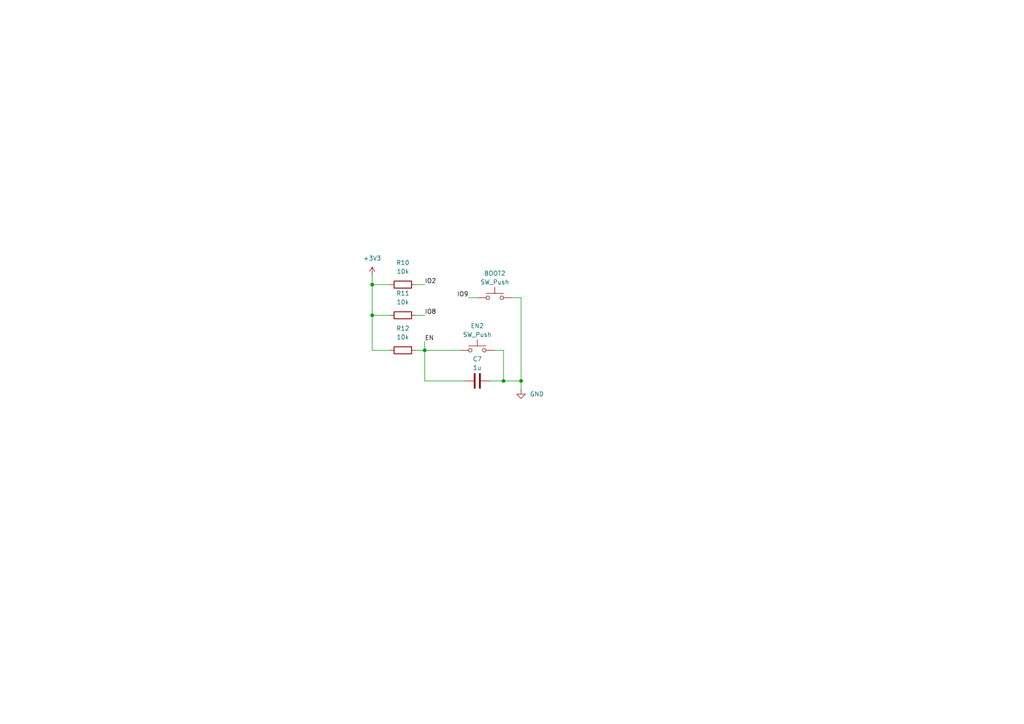
<source format=kicad_sch>
(kicad_sch
	(version 20250114)
	(generator "eeschema")
	(generator_version "9.0")
	(uuid "dec8825b-90b5-4e87-b842-00afdae0b182")
	(paper "A4")
	(lib_symbols
		(symbol "Device:C"
			(pin_numbers
				(hide yes)
			)
			(pin_names
				(offset 0.254)
			)
			(exclude_from_sim no)
			(in_bom yes)
			(on_board yes)
			(property "Reference" "C"
				(at 0.635 2.54 0)
				(effects
					(font
						(size 1.27 1.27)
					)
					(justify left)
				)
			)
			(property "Value" "C"
				(at 0.635 -2.54 0)
				(effects
					(font
						(size 1.27 1.27)
					)
					(justify left)
				)
			)
			(property "Footprint" ""
				(at 0.9652 -3.81 0)
				(effects
					(font
						(size 1.27 1.27)
					)
					(hide yes)
				)
			)
			(property "Datasheet" "~"
				(at 0 0 0)
				(effects
					(font
						(size 1.27 1.27)
					)
					(hide yes)
				)
			)
			(property "Description" "Unpolarized capacitor"
				(at 0 0 0)
				(effects
					(font
						(size 1.27 1.27)
					)
					(hide yes)
				)
			)
			(property "ki_keywords" "cap capacitor"
				(at 0 0 0)
				(effects
					(font
						(size 1.27 1.27)
					)
					(hide yes)
				)
			)
			(property "ki_fp_filters" "C_*"
				(at 0 0 0)
				(effects
					(font
						(size 1.27 1.27)
					)
					(hide yes)
				)
			)
			(symbol "C_0_1"
				(polyline
					(pts
						(xy -2.032 0.762) (xy 2.032 0.762)
					)
					(stroke
						(width 0.508)
						(type default)
					)
					(fill
						(type none)
					)
				)
				(polyline
					(pts
						(xy -2.032 -0.762) (xy 2.032 -0.762)
					)
					(stroke
						(width 0.508)
						(type default)
					)
					(fill
						(type none)
					)
				)
			)
			(symbol "C_1_1"
				(pin passive line
					(at 0 3.81 270)
					(length 2.794)
					(name "~"
						(effects
							(font
								(size 1.27 1.27)
							)
						)
					)
					(number "1"
						(effects
							(font
								(size 1.27 1.27)
							)
						)
					)
				)
				(pin passive line
					(at 0 -3.81 90)
					(length 2.794)
					(name "~"
						(effects
							(font
								(size 1.27 1.27)
							)
						)
					)
					(number "2"
						(effects
							(font
								(size 1.27 1.27)
							)
						)
					)
				)
			)
			(embedded_fonts no)
		)
		(symbol "Device:R"
			(pin_numbers
				(hide yes)
			)
			(pin_names
				(offset 0)
			)
			(exclude_from_sim no)
			(in_bom yes)
			(on_board yes)
			(property "Reference" "R"
				(at 2.032 0 90)
				(effects
					(font
						(size 1.27 1.27)
					)
				)
			)
			(property "Value" "R"
				(at 0 0 90)
				(effects
					(font
						(size 1.27 1.27)
					)
				)
			)
			(property "Footprint" ""
				(at -1.778 0 90)
				(effects
					(font
						(size 1.27 1.27)
					)
					(hide yes)
				)
			)
			(property "Datasheet" "~"
				(at 0 0 0)
				(effects
					(font
						(size 1.27 1.27)
					)
					(hide yes)
				)
			)
			(property "Description" "Resistor"
				(at 0 0 0)
				(effects
					(font
						(size 1.27 1.27)
					)
					(hide yes)
				)
			)
			(property "ki_keywords" "R res resistor"
				(at 0 0 0)
				(effects
					(font
						(size 1.27 1.27)
					)
					(hide yes)
				)
			)
			(property "ki_fp_filters" "R_*"
				(at 0 0 0)
				(effects
					(font
						(size 1.27 1.27)
					)
					(hide yes)
				)
			)
			(symbol "R_0_1"
				(rectangle
					(start -1.016 -2.54)
					(end 1.016 2.54)
					(stroke
						(width 0.254)
						(type default)
					)
					(fill
						(type none)
					)
				)
			)
			(symbol "R_1_1"
				(pin passive line
					(at 0 3.81 270)
					(length 1.27)
					(name "~"
						(effects
							(font
								(size 1.27 1.27)
							)
						)
					)
					(number "1"
						(effects
							(font
								(size 1.27 1.27)
							)
						)
					)
				)
				(pin passive line
					(at 0 -3.81 90)
					(length 1.27)
					(name "~"
						(effects
							(font
								(size 1.27 1.27)
							)
						)
					)
					(number "2"
						(effects
							(font
								(size 1.27 1.27)
							)
						)
					)
				)
			)
			(embedded_fonts no)
		)
		(symbol "Switch:SW_Push"
			(pin_numbers
				(hide yes)
			)
			(pin_names
				(offset 1.016)
				(hide yes)
			)
			(exclude_from_sim no)
			(in_bom yes)
			(on_board yes)
			(property "Reference" "SW"
				(at 1.27 2.54 0)
				(effects
					(font
						(size 1.27 1.27)
					)
					(justify left)
				)
			)
			(property "Value" "SW_Push"
				(at 0 -1.524 0)
				(effects
					(font
						(size 1.27 1.27)
					)
				)
			)
			(property "Footprint" ""
				(at 0 5.08 0)
				(effects
					(font
						(size 1.27 1.27)
					)
					(hide yes)
				)
			)
			(property "Datasheet" "~"
				(at 0 5.08 0)
				(effects
					(font
						(size 1.27 1.27)
					)
					(hide yes)
				)
			)
			(property "Description" "Push button switch, generic, two pins"
				(at 0 0 0)
				(effects
					(font
						(size 1.27 1.27)
					)
					(hide yes)
				)
			)
			(property "ki_keywords" "switch normally-open pushbutton push-button"
				(at 0 0 0)
				(effects
					(font
						(size 1.27 1.27)
					)
					(hide yes)
				)
			)
			(symbol "SW_Push_0_1"
				(circle
					(center -2.032 0)
					(radius 0.508)
					(stroke
						(width 0)
						(type default)
					)
					(fill
						(type none)
					)
				)
				(polyline
					(pts
						(xy 0 1.27) (xy 0 3.048)
					)
					(stroke
						(width 0)
						(type default)
					)
					(fill
						(type none)
					)
				)
				(circle
					(center 2.032 0)
					(radius 0.508)
					(stroke
						(width 0)
						(type default)
					)
					(fill
						(type none)
					)
				)
				(polyline
					(pts
						(xy 2.54 1.27) (xy -2.54 1.27)
					)
					(stroke
						(width 0)
						(type default)
					)
					(fill
						(type none)
					)
				)
				(pin passive line
					(at -5.08 0 0)
					(length 2.54)
					(name "1"
						(effects
							(font
								(size 1.27 1.27)
							)
						)
					)
					(number "1"
						(effects
							(font
								(size 1.27 1.27)
							)
						)
					)
				)
				(pin passive line
					(at 5.08 0 180)
					(length 2.54)
					(name "2"
						(effects
							(font
								(size 1.27 1.27)
							)
						)
					)
					(number "2"
						(effects
							(font
								(size 1.27 1.27)
							)
						)
					)
				)
			)
			(embedded_fonts no)
		)
		(symbol "power:+3V3"
			(power)
			(pin_numbers
				(hide yes)
			)
			(pin_names
				(offset 0)
				(hide yes)
			)
			(exclude_from_sim no)
			(in_bom yes)
			(on_board yes)
			(property "Reference" "#PWR"
				(at 0 -3.81 0)
				(effects
					(font
						(size 1.27 1.27)
					)
					(hide yes)
				)
			)
			(property "Value" "+3V3"
				(at 0 3.556 0)
				(effects
					(font
						(size 1.27 1.27)
					)
				)
			)
			(property "Footprint" ""
				(at 0 0 0)
				(effects
					(font
						(size 1.27 1.27)
					)
					(hide yes)
				)
			)
			(property "Datasheet" ""
				(at 0 0 0)
				(effects
					(font
						(size 1.27 1.27)
					)
					(hide yes)
				)
			)
			(property "Description" "Power symbol creates a global label with name \"+3V3\""
				(at 0 0 0)
				(effects
					(font
						(size 1.27 1.27)
					)
					(hide yes)
				)
			)
			(property "ki_keywords" "global power"
				(at 0 0 0)
				(effects
					(font
						(size 1.27 1.27)
					)
					(hide yes)
				)
			)
			(symbol "+3V3_0_1"
				(polyline
					(pts
						(xy -0.762 1.27) (xy 0 2.54)
					)
					(stroke
						(width 0)
						(type default)
					)
					(fill
						(type none)
					)
				)
				(polyline
					(pts
						(xy 0 2.54) (xy 0.762 1.27)
					)
					(stroke
						(width 0)
						(type default)
					)
					(fill
						(type none)
					)
				)
				(polyline
					(pts
						(xy 0 0) (xy 0 2.54)
					)
					(stroke
						(width 0)
						(type default)
					)
					(fill
						(type none)
					)
				)
			)
			(symbol "+3V3_1_1"
				(pin power_in line
					(at 0 0 90)
					(length 0)
					(name "~"
						(effects
							(font
								(size 1.27 1.27)
							)
						)
					)
					(number "1"
						(effects
							(font
								(size 1.27 1.27)
							)
						)
					)
				)
			)
			(embedded_fonts no)
		)
		(symbol "power:GND"
			(power)
			(pin_numbers
				(hide yes)
			)
			(pin_names
				(offset 0)
				(hide yes)
			)
			(exclude_from_sim no)
			(in_bom yes)
			(on_board yes)
			(property "Reference" "#PWR"
				(at 0 -6.35 0)
				(effects
					(font
						(size 1.27 1.27)
					)
					(hide yes)
				)
			)
			(property "Value" "GND"
				(at 0 -3.81 0)
				(effects
					(font
						(size 1.27 1.27)
					)
				)
			)
			(property "Footprint" ""
				(at 0 0 0)
				(effects
					(font
						(size 1.27 1.27)
					)
					(hide yes)
				)
			)
			(property "Datasheet" ""
				(at 0 0 0)
				(effects
					(font
						(size 1.27 1.27)
					)
					(hide yes)
				)
			)
			(property "Description" "Power symbol creates a global label with name \"GND\" , ground"
				(at 0 0 0)
				(effects
					(font
						(size 1.27 1.27)
					)
					(hide yes)
				)
			)
			(property "ki_keywords" "global power"
				(at 0 0 0)
				(effects
					(font
						(size 1.27 1.27)
					)
					(hide yes)
				)
			)
			(symbol "GND_0_1"
				(polyline
					(pts
						(xy 0 0) (xy 0 -1.27) (xy 1.27 -1.27) (xy 0 -2.54) (xy -1.27 -1.27) (xy 0 -1.27)
					)
					(stroke
						(width 0)
						(type default)
					)
					(fill
						(type none)
					)
				)
			)
			(symbol "GND_1_1"
				(pin power_in line
					(at 0 0 270)
					(length 0)
					(name "~"
						(effects
							(font
								(size 1.27 1.27)
							)
						)
					)
					(number "1"
						(effects
							(font
								(size 1.27 1.27)
							)
						)
					)
				)
			)
			(embedded_fonts no)
		)
	)
	(junction
		(at 123.19 101.6)
		(diameter 0)
		(color 0 0 0 0)
		(uuid "1a98d2a4-1501-4a11-9903-7a03a8f2b990")
	)
	(junction
		(at 107.95 82.55)
		(diameter 0)
		(color 0 0 0 0)
		(uuid "22323072-4eea-4092-991c-89f78eeac193")
	)
	(junction
		(at 107.95 91.44)
		(diameter 0)
		(color 0 0 0 0)
		(uuid "43478a77-c11d-4a4b-b556-2bd35fbb3e1f")
	)
	(junction
		(at 151.13 110.49)
		(diameter 0)
		(color 0 0 0 0)
		(uuid "631b0a24-030a-44b9-8931-fcf5ad223151")
	)
	(junction
		(at 146.05 110.49)
		(diameter 0)
		(color 0 0 0 0)
		(uuid "c6c30e68-0ea4-48c8-a891-0989cc8a1932")
	)
	(wire
		(pts
			(xy 107.95 91.44) (xy 107.95 82.55)
		)
		(stroke
			(width 0)
			(type default)
		)
		(uuid "05f854ec-e2d2-4180-934d-40e920f80420")
	)
	(wire
		(pts
			(xy 123.19 101.6) (xy 133.35 101.6)
		)
		(stroke
			(width 0)
			(type default)
		)
		(uuid "13d53f55-6339-41bf-8147-5ac8ae451241")
	)
	(wire
		(pts
			(xy 123.19 101.6) (xy 123.19 110.49)
		)
		(stroke
			(width 0)
			(type default)
		)
		(uuid "51e6162f-307c-4e33-a5cf-5b1e8f68e0f5")
	)
	(wire
		(pts
			(xy 107.95 91.44) (xy 107.95 101.6)
		)
		(stroke
			(width 0)
			(type default)
		)
		(uuid "5295e18d-6660-43a5-a298-a31a55ce07d7")
	)
	(wire
		(pts
			(xy 123.19 91.44) (xy 120.65 91.44)
		)
		(stroke
			(width 0)
			(type default)
		)
		(uuid "546c51b2-cbe9-47d9-aaa0-b08c1bf50f30")
	)
	(wire
		(pts
			(xy 123.19 110.49) (xy 134.62 110.49)
		)
		(stroke
			(width 0)
			(type default)
		)
		(uuid "54770f0d-23d3-463d-9b60-6630e7109056")
	)
	(wire
		(pts
			(xy 123.19 82.55) (xy 120.65 82.55)
		)
		(stroke
			(width 0)
			(type default)
		)
		(uuid "6713a873-f46d-4cea-85cb-0e84d27a6512")
	)
	(wire
		(pts
			(xy 148.59 86.36) (xy 151.13 86.36)
		)
		(stroke
			(width 0)
			(type default)
		)
		(uuid "7248534f-2493-4d99-bb29-516e86b9e9dd")
	)
	(wire
		(pts
			(xy 143.51 101.6) (xy 146.05 101.6)
		)
		(stroke
			(width 0)
			(type default)
		)
		(uuid "78a9ca02-cb24-4393-af83-b59f774309e8")
	)
	(wire
		(pts
			(xy 113.03 91.44) (xy 107.95 91.44)
		)
		(stroke
			(width 0)
			(type default)
		)
		(uuid "8adf8001-94e6-4d73-b234-0fc0c2da5065")
	)
	(wire
		(pts
			(xy 135.89 86.36) (xy 138.43 86.36)
		)
		(stroke
			(width 0)
			(type default)
		)
		(uuid "8fa80499-22c8-4af1-b9b4-4befd91b7326")
	)
	(wire
		(pts
			(xy 107.95 80.01) (xy 107.95 82.55)
		)
		(stroke
			(width 0)
			(type default)
		)
		(uuid "a0ae7a69-5652-4772-833e-68874bfb4114")
	)
	(wire
		(pts
			(xy 107.95 82.55) (xy 113.03 82.55)
		)
		(stroke
			(width 0)
			(type default)
		)
		(uuid "a2b4e4b1-0bb6-4e7b-b5df-f6927f2c58e0")
	)
	(wire
		(pts
			(xy 146.05 110.49) (xy 146.05 101.6)
		)
		(stroke
			(width 0)
			(type default)
		)
		(uuid "a5e7901b-d61e-432f-8e1b-f117dc1f0a54")
	)
	(wire
		(pts
			(xy 142.24 110.49) (xy 146.05 110.49)
		)
		(stroke
			(width 0)
			(type default)
		)
		(uuid "aad12826-b5c5-4fae-92de-b38a9dafe76d")
	)
	(wire
		(pts
			(xy 113.03 101.6) (xy 107.95 101.6)
		)
		(stroke
			(width 0)
			(type default)
		)
		(uuid "aff24af6-47b1-4154-bfe9-0c9a9706d58a")
	)
	(wire
		(pts
			(xy 120.65 101.6) (xy 123.19 101.6)
		)
		(stroke
			(width 0)
			(type default)
		)
		(uuid "b4a5a598-4537-4d5a-933d-8a4b76dc3891")
	)
	(wire
		(pts
			(xy 151.13 86.36) (xy 151.13 110.49)
		)
		(stroke
			(width 0)
			(type default)
		)
		(uuid "b65015ca-7752-4beb-b188-9345ef27dbdd")
	)
	(wire
		(pts
			(xy 151.13 113.03) (xy 151.13 110.49)
		)
		(stroke
			(width 0)
			(type default)
		)
		(uuid "d263d3b3-bc35-436a-853f-712aef16ba0f")
	)
	(wire
		(pts
			(xy 146.05 110.49) (xy 151.13 110.49)
		)
		(stroke
			(width 0)
			(type default)
		)
		(uuid "e0dc3b6b-0a8b-4526-a990-541252f83ef8")
	)
	(wire
		(pts
			(xy 123.19 99.06) (xy 123.19 101.6)
		)
		(stroke
			(width 0)
			(type default)
		)
		(uuid "e467d18a-0d6d-4479-9eba-660f0a243dae")
	)
	(label "IO2"
		(at 123.19 82.55 0)
		(effects
			(font
				(size 1.27 1.27)
			)
			(justify left bottom)
		)
		(uuid "15c3cfdd-4bb0-4c20-9871-f15ed69360db")
	)
	(label "IO9"
		(at 135.89 86.36 180)
		(effects
			(font
				(size 1.27 1.27)
			)
			(justify right bottom)
		)
		(uuid "2a8fbe19-45ee-4aec-997e-9e4f844ba919")
	)
	(label "IO8"
		(at 123.19 91.44 0)
		(effects
			(font
				(size 1.27 1.27)
			)
			(justify left bottom)
		)
		(uuid "70c31d19-03a1-44a8-b2cd-cd86c9d25911")
	)
	(label "EN"
		(at 123.19 99.06 0)
		(effects
			(font
				(size 1.27 1.27)
			)
			(justify left bottom)
		)
		(uuid "cc84499d-fe26-4559-b1de-4b9ac805351e")
	)
	(symbol
		(lib_id "power:+3V3")
		(at 107.95 80.01 0)
		(unit 1)
		(exclude_from_sim no)
		(in_bom yes)
		(on_board yes)
		(dnp no)
		(uuid "1ffff86d-2334-40fe-8f4d-57462433640b")
		(property "Reference" "#PWR026"
			(at 107.95 83.82 0)
			(effects
				(font
					(size 1.27 1.27)
				)
				(hide yes)
			)
		)
		(property "Value" "+3V3"
			(at 107.95 74.93 0)
			(effects
				(font
					(size 1.27 1.27)
				)
			)
		)
		(property "Footprint" ""
			(at 107.95 80.01 0)
			(effects
				(font
					(size 1.27 1.27)
				)
				(hide yes)
			)
		)
		(property "Datasheet" ""
			(at 107.95 80.01 0)
			(effects
				(font
					(size 1.27 1.27)
				)
				(hide yes)
			)
		)
		(property "Description" "Power symbol creates a global label with name \"+3V3\""
			(at 107.95 80.01 0)
			(effects
				(font
					(size 1.27 1.27)
				)
				(hide yes)
			)
		)
		(pin "1"
			(uuid "994bc88a-0d22-44b2-8937-e9da551c2dd8")
		)
		(instances
			(project "SpectrumLabV1"
				(path "/a7bd77f5-8524-422b-aae0-98a46d8f8d84/624cf2e6-6aac-40c5-be59-339c5bfe1c1b"
					(reference "#PWR026")
					(unit 1)
				)
			)
		)
	)
	(symbol
		(lib_id "Device:R")
		(at 116.84 91.44 90)
		(unit 1)
		(exclude_from_sim no)
		(in_bom yes)
		(on_board yes)
		(dnp no)
		(fields_autoplaced yes)
		(uuid "43d48aad-cc6e-4ccb-95f4-3f301590c820")
		(property "Reference" "R11"
			(at 116.84 85.09 90)
			(effects
				(font
					(size 1.27 1.27)
				)
			)
		)
		(property "Value" "10k"
			(at 116.84 87.63 90)
			(effects
				(font
					(size 1.27 1.27)
				)
			)
		)
		(property "Footprint" "Resistor_SMD:R_0402_1005Metric"
			(at 116.84 93.218 90)
			(effects
				(font
					(size 1.27 1.27)
				)
				(hide yes)
			)
		)
		(property "Datasheet" "~"
			(at 116.84 91.44 0)
			(effects
				(font
					(size 1.27 1.27)
				)
				(hide yes)
			)
		)
		(property "Description" "Resistor"
			(at 116.84 91.44 0)
			(effects
				(font
					(size 1.27 1.27)
				)
				(hide yes)
			)
		)
		(property "LCSC Part #" "C25744"
			(at 116.84 91.44 90)
			(effects
				(font
					(size 1.27 1.27)
				)
				(hide yes)
			)
		)
		(pin "1"
			(uuid "8919cdbd-730c-4daf-80b7-69cc89cbc68b")
		)
		(pin "2"
			(uuid "31854046-456e-4256-b7fb-1fbbf90f99f9")
		)
		(instances
			(project "SpectrumLabV1"
				(path "/a7bd77f5-8524-422b-aae0-98a46d8f8d84/624cf2e6-6aac-40c5-be59-339c5bfe1c1b"
					(reference "R11")
					(unit 1)
				)
			)
		)
	)
	(symbol
		(lib_id "Switch:SW_Push")
		(at 143.51 86.36 0)
		(unit 1)
		(exclude_from_sim no)
		(in_bom yes)
		(on_board yes)
		(dnp no)
		(uuid "49fdd314-927f-4f78-bda2-bbcc116e3df2")
		(property "Reference" "BOOT2"
			(at 143.51 80.01 0)
			(effects
				(font
					(size 1.27 1.27)
				)
				(justify bottom)
			)
		)
		(property "Value" "SW_Push"
			(at 143.51 82.55 0)
			(effects
				(font
					(size 1.27 1.27)
				)
				(justify bottom)
			)
		)
		(property "Footprint" "Button_Switch_SMD:TS-1088-AR02016"
			(at 143.51 81.28 0)
			(effects
				(font
					(size 1.27 1.27)
				)
				(hide yes)
			)
		)
		(property "Datasheet" "~"
			(at 143.51 81.28 0)
			(effects
				(font
					(size 1.27 1.27)
				)
				(hide yes)
			)
		)
		(property "Description" "Push button switch, generic, two pins"
			(at 143.51 86.36 0)
			(effects
				(font
					(size 1.27 1.27)
				)
				(hide yes)
			)
		)
		(property "LCSC Part #" "C115360"
			(at 143.51 86.36 0)
			(effects
				(font
					(size 1.27 1.27)
				)
				(hide yes)
			)
		)
		(pin "1"
			(uuid "f380325b-7ae2-406d-a55a-3dd714a9444c")
		)
		(pin "2"
			(uuid "5afa9810-109b-4922-9bb3-d9355f6ffd42")
		)
		(instances
			(project "SpectrumLabV1"
				(path "/a7bd77f5-8524-422b-aae0-98a46d8f8d84/624cf2e6-6aac-40c5-be59-339c5bfe1c1b"
					(reference "BOOT2")
					(unit 1)
				)
			)
		)
	)
	(symbol
		(lib_id "power:GND")
		(at 151.13 113.03 0)
		(unit 1)
		(exclude_from_sim no)
		(in_bom yes)
		(on_board yes)
		(dnp no)
		(fields_autoplaced yes)
		(uuid "59732f93-67f3-483b-8852-0302102f3fd2")
		(property "Reference" "#PWR027"
			(at 151.13 119.38 0)
			(effects
				(font
					(size 1.27 1.27)
				)
				(hide yes)
			)
		)
		(property "Value" "GND"
			(at 153.67 114.2999 0)
			(effects
				(font
					(size 1.27 1.27)
				)
				(justify left)
			)
		)
		(property "Footprint" ""
			(at 151.13 113.03 0)
			(effects
				(font
					(size 1.27 1.27)
				)
				(hide yes)
			)
		)
		(property "Datasheet" ""
			(at 151.13 113.03 0)
			(effects
				(font
					(size 1.27 1.27)
				)
				(hide yes)
			)
		)
		(property "Description" "Power symbol creates a global label with name \"GND\" , ground"
			(at 151.13 113.03 0)
			(effects
				(font
					(size 1.27 1.27)
				)
				(hide yes)
			)
		)
		(pin "1"
			(uuid "c27fb579-8c1d-4fc4-a3bb-a52e5688005c")
		)
		(instances
			(project "SpectrumLabV1"
				(path "/a7bd77f5-8524-422b-aae0-98a46d8f8d84/624cf2e6-6aac-40c5-be59-339c5bfe1c1b"
					(reference "#PWR027")
					(unit 1)
				)
			)
		)
	)
	(symbol
		(lib_id "Device:R")
		(at 116.84 82.55 90)
		(unit 1)
		(exclude_from_sim no)
		(in_bom yes)
		(on_board yes)
		(dnp no)
		(fields_autoplaced yes)
		(uuid "68553198-2f2e-4cb3-842e-dc5f9353d2f8")
		(property "Reference" "R10"
			(at 116.84 76.2 90)
			(effects
				(font
					(size 1.27 1.27)
				)
			)
		)
		(property "Value" "10k"
			(at 116.84 78.74 90)
			(effects
				(font
					(size 1.27 1.27)
				)
			)
		)
		(property "Footprint" "Resistor_SMD:R_0402_1005Metric"
			(at 116.84 84.328 90)
			(effects
				(font
					(size 1.27 1.27)
				)
				(hide yes)
			)
		)
		(property "Datasheet" "~"
			(at 116.84 82.55 0)
			(effects
				(font
					(size 1.27 1.27)
				)
				(hide yes)
			)
		)
		(property "Description" "Resistor"
			(at 116.84 82.55 0)
			(effects
				(font
					(size 1.27 1.27)
				)
				(hide yes)
			)
		)
		(property "LCSC Part #" "C25744"
			(at 116.84 82.55 90)
			(effects
				(font
					(size 1.27 1.27)
				)
				(hide yes)
			)
		)
		(pin "1"
			(uuid "c9947437-69ac-42c3-a046-d70bece9fd0d")
		)
		(pin "2"
			(uuid "f6c8c195-a86b-4722-94bc-10d4c9241e7d")
		)
		(instances
			(project "SpectrumLabV1"
				(path "/a7bd77f5-8524-422b-aae0-98a46d8f8d84/624cf2e6-6aac-40c5-be59-339c5bfe1c1b"
					(reference "R10")
					(unit 1)
				)
			)
		)
	)
	(symbol
		(lib_id "Device:C")
		(at 138.43 110.49 90)
		(unit 1)
		(exclude_from_sim no)
		(in_bom yes)
		(on_board yes)
		(dnp no)
		(uuid "8c32a2df-2cc9-4ebb-ab37-da455a9d0252")
		(property "Reference" "C7"
			(at 138.43 104.14 90)
			(effects
				(font
					(size 1.27 1.27)
				)
			)
		)
		(property "Value" "1u"
			(at 138.43 106.68 90)
			(effects
				(font
					(size 1.27 1.27)
				)
			)
		)
		(property "Footprint" "Capacitor_SMD:C_0402_1005Metric"
			(at 142.24 109.5248 0)
			(effects
				(font
					(size 1.27 1.27)
				)
				(hide yes)
			)
		)
		(property "Datasheet" "~"
			(at 138.43 110.49 0)
			(effects
				(font
					(size 1.27 1.27)
				)
				(hide yes)
			)
		)
		(property "Description" "Unpolarized capacitor"
			(at 138.43 110.49 0)
			(effects
				(font
					(size 1.27 1.27)
				)
				(hide yes)
			)
		)
		(property "LCSC Part #" "C52923"
			(at 138.43 110.49 90)
			(effects
				(font
					(size 1.27 1.27)
				)
				(hide yes)
			)
		)
		(pin "1"
			(uuid "015b6498-9f0c-4b4d-93eb-52b4834c6dc1")
		)
		(pin "2"
			(uuid "3b68f081-2630-4071-a022-39e643c43173")
		)
		(instances
			(project "SpectrumLabV1"
				(path "/a7bd77f5-8524-422b-aae0-98a46d8f8d84/624cf2e6-6aac-40c5-be59-339c5bfe1c1b"
					(reference "C7")
					(unit 1)
				)
			)
		)
	)
	(symbol
		(lib_id "Device:R")
		(at 116.84 101.6 90)
		(unit 1)
		(exclude_from_sim no)
		(in_bom yes)
		(on_board yes)
		(dnp no)
		(fields_autoplaced yes)
		(uuid "a3a88f08-8593-4fc8-be12-9ecb71870969")
		(property "Reference" "R12"
			(at 116.84 95.25 90)
			(effects
				(font
					(size 1.27 1.27)
				)
			)
		)
		(property "Value" "10k"
			(at 116.84 97.79 90)
			(effects
				(font
					(size 1.27 1.27)
				)
			)
		)
		(property "Footprint" "Resistor_SMD:R_0402_1005Metric"
			(at 116.84 103.378 90)
			(effects
				(font
					(size 1.27 1.27)
				)
				(hide yes)
			)
		)
		(property "Datasheet" "~"
			(at 116.84 101.6 0)
			(effects
				(font
					(size 1.27 1.27)
				)
				(hide yes)
			)
		)
		(property "Description" "Resistor"
			(at 116.84 101.6 0)
			(effects
				(font
					(size 1.27 1.27)
				)
				(hide yes)
			)
		)
		(property "LCSC Part #" "C25744"
			(at 116.84 101.6 90)
			(effects
				(font
					(size 1.27 1.27)
				)
				(hide yes)
			)
		)
		(pin "1"
			(uuid "4d981849-c889-45aa-bf83-5b9d1b6b2e10")
		)
		(pin "2"
			(uuid "df60f316-2db4-485a-b0ef-f554177fe727")
		)
		(instances
			(project "SpectrumLabV1"
				(path "/a7bd77f5-8524-422b-aae0-98a46d8f8d84/624cf2e6-6aac-40c5-be59-339c5bfe1c1b"
					(reference "R12")
					(unit 1)
				)
			)
		)
	)
	(symbol
		(lib_id "Switch:SW_Push")
		(at 138.43 101.6 0)
		(unit 1)
		(exclude_from_sim no)
		(in_bom yes)
		(on_board yes)
		(dnp no)
		(uuid "be50b13e-b087-4f4f-b53c-a0820ee659d2")
		(property "Reference" "EN2"
			(at 138.43 95.25 0)
			(effects
				(font
					(size 1.27 1.27)
				)
				(justify bottom)
			)
		)
		(property "Value" "SW_Push"
			(at 138.43 97.79 0)
			(effects
				(font
					(size 1.27 1.27)
				)
				(justify bottom)
			)
		)
		(property "Footprint" "Button_Switch_SMD:TS-1088-AR02016"
			(at 138.43 96.52 0)
			(effects
				(font
					(size 1.27 1.27)
				)
				(hide yes)
			)
		)
		(property "Datasheet" "~"
			(at 138.43 96.52 0)
			(effects
				(font
					(size 1.27 1.27)
				)
				(hide yes)
			)
		)
		(property "Description" "Push button switch, generic, two pins"
			(at 138.43 101.6 0)
			(effects
				(font
					(size 1.27 1.27)
				)
				(hide yes)
			)
		)
		(property "LCSC Part #" "C115360"
			(at 138.43 101.6 0)
			(effects
				(font
					(size 1.27 1.27)
				)
				(hide yes)
			)
		)
		(pin "1"
			(uuid "d1744176-aea9-4a85-b142-7e83e11f539d")
		)
		(pin "2"
			(uuid "4b954906-5436-4e72-8745-183dbbd65a49")
		)
		(instances
			(project "SpectrumLabV1"
				(path "/a7bd77f5-8524-422b-aae0-98a46d8f8d84/624cf2e6-6aac-40c5-be59-339c5bfe1c1b"
					(reference "EN2")
					(unit 1)
				)
			)
		)
	)
)

</source>
